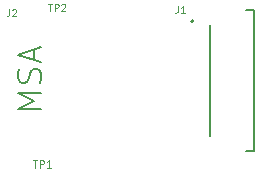
<source format=gto>
G04 #@! TF.GenerationSoftware,KiCad,Pcbnew,5.1.5+dfsg1-2build2*
G04 #@! TF.CreationDate,2022-02-08T13:34:06-05:00*
G04 #@! TF.ProjectId,mico,6d69636f-2e6b-4696-9361-645f70636258,0.1*
G04 #@! TF.SameCoordinates,Original*
G04 #@! TF.FileFunction,Legend,Top*
G04 #@! TF.FilePolarity,Positive*
%FSLAX46Y46*%
G04 Gerber Fmt 4.6, Leading zero omitted, Abs format (unit mm)*
G04 Created by KiCad (PCBNEW 5.1.5+dfsg1-2build2) date 2022-02-08 13:34:06*
%MOMM*%
%LPD*%
G04 APERTURE LIST*
%ADD10C,0.200000*%
%ADD11C,0.060000*%
%ADD12C,1.528000*%
%ADD13R,1.528000X1.528000*%
%ADD14O,3.600000X1.608000*%
%ADD15C,1.200000*%
%ADD16O,1.100000X1.100000*%
%ADD17R,1.100000X1.100000*%
%ADD18C,1.100000*%
%ADD19C,0.600000*%
G04 APERTURE END LIST*
D10*
X128704761Y-114376190D02*
X126704761Y-114376190D01*
X128133333Y-113709523D01*
X126704761Y-113042857D01*
X128704761Y-113042857D01*
X128609523Y-112185714D02*
X128704761Y-111900000D01*
X128704761Y-111423809D01*
X128609523Y-111233333D01*
X128514285Y-111138095D01*
X128323809Y-111042857D01*
X128133333Y-111042857D01*
X127942857Y-111138095D01*
X127847619Y-111233333D01*
X127752380Y-111423809D01*
X127657142Y-111804761D01*
X127561904Y-111995238D01*
X127466666Y-112090476D01*
X127276190Y-112185714D01*
X127085714Y-112185714D01*
X126895238Y-112090476D01*
X126800000Y-111995238D01*
X126704761Y-111804761D01*
X126704761Y-111328571D01*
X126800000Y-111042857D01*
X128133333Y-110280952D02*
X128133333Y-109328571D01*
X128704761Y-110471428D02*
X126704761Y-109804761D01*
X128704761Y-109138095D01*
X143000000Y-116700000D02*
X143000000Y-107300000D01*
X141600000Y-107000000D02*
G75*
G03X141600000Y-107000000I-100000J0D01*
G01*
X146700000Y-106000000D02*
X146700000Y-118000000D01*
X146000000Y-106000000D02*
X146700000Y-106000000D01*
X146700000Y-118000000D02*
X146000000Y-118000000D01*
D11*
X140300000Y-105671428D02*
X140300000Y-106100000D01*
X140271428Y-106185714D01*
X140214285Y-106242857D01*
X140128571Y-106271428D01*
X140071428Y-106271428D01*
X140900000Y-106271428D02*
X140557142Y-106271428D01*
X140728571Y-106271428D02*
X140728571Y-105671428D01*
X140671428Y-105757142D01*
X140614285Y-105814285D01*
X140557142Y-105842857D01*
X126000000Y-105971428D02*
X126000000Y-106400000D01*
X125971428Y-106485714D01*
X125914285Y-106542857D01*
X125828571Y-106571428D01*
X125771428Y-106571428D01*
X126257142Y-106028571D02*
X126285714Y-106000000D01*
X126342857Y-105971428D01*
X126485714Y-105971428D01*
X126542857Y-106000000D01*
X126571428Y-106028571D01*
X126600000Y-106085714D01*
X126600000Y-106142857D01*
X126571428Y-106228571D01*
X126228571Y-106571428D01*
X126600000Y-106571428D01*
X129290857Y-105519428D02*
X129633714Y-105519428D01*
X129462285Y-106119428D02*
X129462285Y-105519428D01*
X129833714Y-106119428D02*
X129833714Y-105519428D01*
X130062285Y-105519428D01*
X130119428Y-105548000D01*
X130148000Y-105576571D01*
X130176571Y-105633714D01*
X130176571Y-105719428D01*
X130148000Y-105776571D01*
X130119428Y-105805142D01*
X130062285Y-105833714D01*
X129833714Y-105833714D01*
X130405142Y-105576571D02*
X130433714Y-105548000D01*
X130490857Y-105519428D01*
X130633714Y-105519428D01*
X130690857Y-105548000D01*
X130719428Y-105576571D01*
X130748000Y-105633714D01*
X130748000Y-105690857D01*
X130719428Y-105776571D01*
X130376571Y-106119428D01*
X130748000Y-106119428D01*
X128042857Y-118771428D02*
X128385714Y-118771428D01*
X128214285Y-119371428D02*
X128214285Y-118771428D01*
X128585714Y-119371428D02*
X128585714Y-118771428D01*
X128814285Y-118771428D01*
X128871428Y-118800000D01*
X128900000Y-118828571D01*
X128928571Y-118885714D01*
X128928571Y-118971428D01*
X128900000Y-119028571D01*
X128871428Y-119057142D01*
X128814285Y-119085714D01*
X128585714Y-119085714D01*
X129500000Y-119371428D02*
X129157142Y-119371428D01*
X129328571Y-119371428D02*
X129328571Y-118771428D01*
X129271428Y-118857142D01*
X129214285Y-118914285D01*
X129157142Y-118942857D01*
%LPC*%
D12*
X141900000Y-115500000D03*
X141900000Y-113000000D03*
X141900000Y-111000000D03*
D13*
X141900000Y-108500000D03*
D14*
X144000000Y-106150000D03*
X144000000Y-117850000D03*
D15*
X144000000Y-109700000D03*
X144000000Y-114300000D03*
D16*
X124390000Y-105200000D03*
X125660000Y-105200000D03*
X126930000Y-105200000D03*
D17*
X128200000Y-105200000D03*
D18*
X130048000Y-104648000D03*
D16*
X131670000Y-119000000D03*
D18*
X130400000Y-119000000D03*
D19*
X118737500Y-177668750D03*
X118750000Y-134325000D03*
X118750000Y-90325000D03*
X118750000Y-46325000D03*
M02*

</source>
